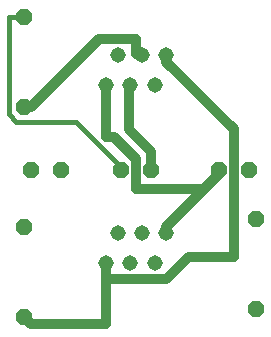
<source format=gbl>
G75*
G70*
%OFA0B0*%
%FSLAX24Y24*%
%IPPOS*%
%LPD*%
%AMOC8*
5,1,8,0,0,1.08239X$1,22.5*
%
%ADD10OC8,0.0520*%
%ADD11C,0.0515*%
%ADD12C,0.0320*%
%ADD13C,0.0160*%
D10*
X002056Y001681D03*
X002056Y004681D03*
X002306Y006556D03*
X003306Y006556D03*
X002056Y008681D03*
X002056Y011681D03*
X005306Y006556D03*
X006306Y006556D03*
X008556Y006556D03*
X009556Y006556D03*
X009806Y004931D03*
X009806Y001931D03*
D11*
X006806Y004462D03*
X006003Y004462D03*
X005200Y004462D03*
X004806Y003462D03*
X005609Y003462D03*
X006413Y003462D03*
X006413Y009401D03*
X005609Y009401D03*
X004806Y009401D03*
X005200Y010401D03*
X006003Y010401D03*
X006806Y010401D03*
D12*
X006806Y010181D01*
X009056Y007931D01*
X009056Y003681D01*
X007556Y003681D01*
X006806Y002931D01*
X004806Y002931D01*
X004806Y003462D01*
X004806Y002931D02*
X004806Y001431D01*
X002306Y001431D01*
X002056Y001681D01*
X005806Y005931D02*
X008056Y005931D01*
X006806Y004681D01*
X006806Y004462D01*
X005806Y005931D02*
X005806Y006931D01*
X005056Y007681D01*
X004806Y007681D01*
X004806Y009401D01*
X005556Y009181D02*
X005609Y009401D01*
X005556Y009181D02*
X005556Y007931D01*
X006306Y007181D01*
X006306Y006556D01*
X008056Y005931D02*
X008556Y006431D01*
X008556Y006556D01*
X006003Y010401D02*
X005806Y010431D01*
X005806Y010931D01*
X004556Y010931D01*
X002306Y008681D01*
X002056Y008681D01*
D13*
X001556Y008431D02*
X001806Y008181D01*
X003806Y008181D01*
X005306Y006681D01*
X005306Y006556D01*
X001556Y008431D02*
X001556Y011681D01*
X002056Y011681D01*
M02*

</source>
